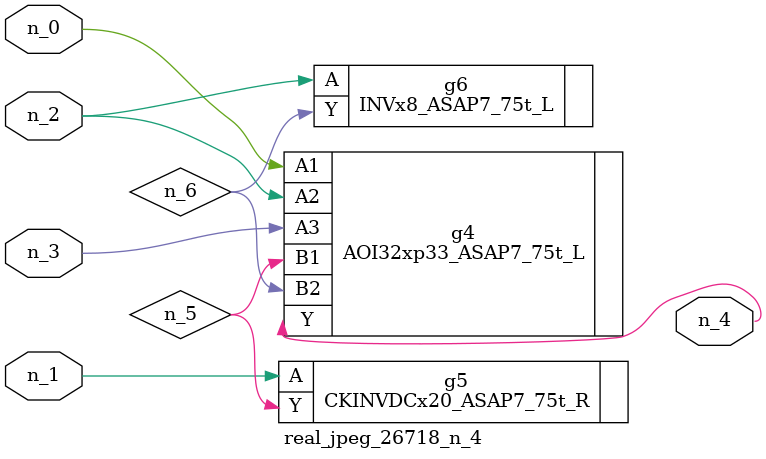
<source format=v>
module real_jpeg_26718_n_4 (n_3, n_1, n_0, n_2, n_4);

input n_3;
input n_1;
input n_0;
input n_2;

output n_4;

wire n_5;
wire n_6;

AOI32xp33_ASAP7_75t_L g4 ( 
.A1(n_0),
.A2(n_2),
.A3(n_3),
.B1(n_5),
.B2(n_6),
.Y(n_4)
);

CKINVDCx20_ASAP7_75t_R g5 ( 
.A(n_1),
.Y(n_5)
);

INVx8_ASAP7_75t_L g6 ( 
.A(n_2),
.Y(n_6)
);


endmodule
</source>
